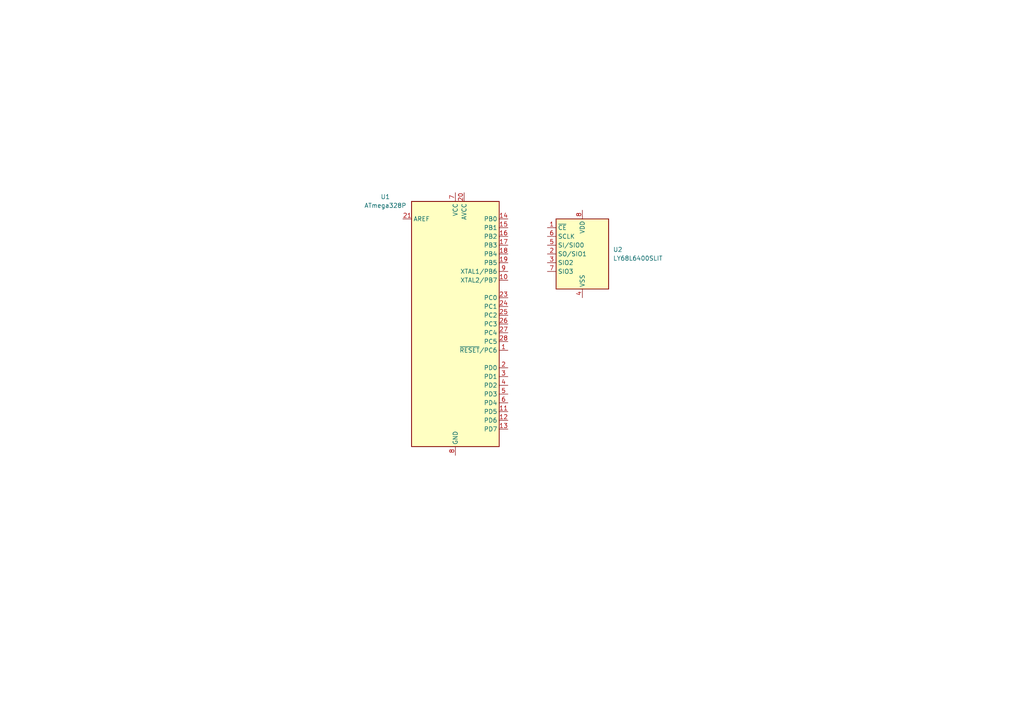
<source format=kicad_sch>
(kicad_sch
	(version 20250114)
	(generator "eeschema")
	(generator_version "9.0")
	(uuid "5fbd35de-c46d-4b18-8953-01340365ec7b")
	(paper "A4")
	(lib_symbols
		(symbol "MCU_Microchip_ATmega:ATmega328-P"
			(exclude_from_sim no)
			(in_bom yes)
			(on_board yes)
			(property "Reference" "U"
				(at -12.7 36.83 0)
				(effects
					(font
						(size 1.27 1.27)
					)
					(justify left bottom)
				)
			)
			(property "Value" "ATmega328-P"
				(at 2.54 -36.83 0)
				(effects
					(font
						(size 1.27 1.27)
					)
					(justify left top)
				)
			)
			(property "Footprint" "Package_DIP:DIP-28_W7.62mm"
				(at 0 0 0)
				(effects
					(font
						(size 1.27 1.27)
						(italic yes)
					)
					(hide yes)
				)
			)
			(property "Datasheet" "http://ww1.microchip.com/downloads/en/DeviceDoc/ATmega328_P%20AVR%20MCU%20with%20picoPower%20Technology%20Data%20Sheet%2040001984A.pdf"
				(at 0 0 0)
				(effects
					(font
						(size 1.27 1.27)
					)
					(hide yes)
				)
			)
			(property "Description" "20MHz, 32kB Flash, 2kB SRAM, 1kB EEPROM, DIP-28"
				(at 0 0 0)
				(effects
					(font
						(size 1.27 1.27)
					)
					(hide yes)
				)
			)
			(property "ki_keywords" "AVR 8bit Microcontroller MegaAVR"
				(at 0 0 0)
				(effects
					(font
						(size 1.27 1.27)
					)
					(hide yes)
				)
			)
			(property "ki_fp_filters" "DIP*W7.62mm*"
				(at 0 0 0)
				(effects
					(font
						(size 1.27 1.27)
					)
					(hide yes)
				)
			)
			(symbol "ATmega328-P_0_1"
				(rectangle
					(start -12.7 -35.56)
					(end 12.7 35.56)
					(stroke
						(width 0.254)
						(type default)
					)
					(fill
						(type background)
					)
				)
			)
			(symbol "ATmega328-P_1_1"
				(pin passive line
					(at -15.24 30.48 0)
					(length 2.54)
					(name "AREF"
						(effects
							(font
								(size 1.27 1.27)
							)
						)
					)
					(number "21"
						(effects
							(font
								(size 1.27 1.27)
							)
						)
					)
				)
				(pin power_in line
					(at 0 38.1 270)
					(length 2.54)
					(name "VCC"
						(effects
							(font
								(size 1.27 1.27)
							)
						)
					)
					(number "7"
						(effects
							(font
								(size 1.27 1.27)
							)
						)
					)
				)
				(pin passive line
					(at 0 -38.1 90)
					(length 2.54)
					(hide yes)
					(name "GND"
						(effects
							(font
								(size 1.27 1.27)
							)
						)
					)
					(number "22"
						(effects
							(font
								(size 1.27 1.27)
							)
						)
					)
				)
				(pin power_in line
					(at 0 -38.1 90)
					(length 2.54)
					(name "GND"
						(effects
							(font
								(size 1.27 1.27)
							)
						)
					)
					(number "8"
						(effects
							(font
								(size 1.27 1.27)
							)
						)
					)
				)
				(pin power_in line
					(at 2.54 38.1 270)
					(length 2.54)
					(name "AVCC"
						(effects
							(font
								(size 1.27 1.27)
							)
						)
					)
					(number "20"
						(effects
							(font
								(size 1.27 1.27)
							)
						)
					)
				)
				(pin bidirectional line
					(at 15.24 30.48 180)
					(length 2.54)
					(name "PB0"
						(effects
							(font
								(size 1.27 1.27)
							)
						)
					)
					(number "14"
						(effects
							(font
								(size 1.27 1.27)
							)
						)
					)
				)
				(pin bidirectional line
					(at 15.24 27.94 180)
					(length 2.54)
					(name "PB1"
						(effects
							(font
								(size 1.27 1.27)
							)
						)
					)
					(number "15"
						(effects
							(font
								(size 1.27 1.27)
							)
						)
					)
				)
				(pin bidirectional line
					(at 15.24 25.4 180)
					(length 2.54)
					(name "PB2"
						(effects
							(font
								(size 1.27 1.27)
							)
						)
					)
					(number "16"
						(effects
							(font
								(size 1.27 1.27)
							)
						)
					)
				)
				(pin bidirectional line
					(at 15.24 22.86 180)
					(length 2.54)
					(name "PB3"
						(effects
							(font
								(size 1.27 1.27)
							)
						)
					)
					(number "17"
						(effects
							(font
								(size 1.27 1.27)
							)
						)
					)
				)
				(pin bidirectional line
					(at 15.24 20.32 180)
					(length 2.54)
					(name "PB4"
						(effects
							(font
								(size 1.27 1.27)
							)
						)
					)
					(number "18"
						(effects
							(font
								(size 1.27 1.27)
							)
						)
					)
				)
				(pin bidirectional line
					(at 15.24 17.78 180)
					(length 2.54)
					(name "PB5"
						(effects
							(font
								(size 1.27 1.27)
							)
						)
					)
					(number "19"
						(effects
							(font
								(size 1.27 1.27)
							)
						)
					)
				)
				(pin bidirectional line
					(at 15.24 15.24 180)
					(length 2.54)
					(name "XTAL1/PB6"
						(effects
							(font
								(size 1.27 1.27)
							)
						)
					)
					(number "9"
						(effects
							(font
								(size 1.27 1.27)
							)
						)
					)
				)
				(pin bidirectional line
					(at 15.24 12.7 180)
					(length 2.54)
					(name "XTAL2/PB7"
						(effects
							(font
								(size 1.27 1.27)
							)
						)
					)
					(number "10"
						(effects
							(font
								(size 1.27 1.27)
							)
						)
					)
				)
				(pin bidirectional line
					(at 15.24 7.62 180)
					(length 2.54)
					(name "PC0"
						(effects
							(font
								(size 1.27 1.27)
							)
						)
					)
					(number "23"
						(effects
							(font
								(size 1.27 1.27)
							)
						)
					)
				)
				(pin bidirectional line
					(at 15.24 5.08 180)
					(length 2.54)
					(name "PC1"
						(effects
							(font
								(size 1.27 1.27)
							)
						)
					)
					(number "24"
						(effects
							(font
								(size 1.27 1.27)
							)
						)
					)
				)
				(pin bidirectional line
					(at 15.24 2.54 180)
					(length 2.54)
					(name "PC2"
						(effects
							(font
								(size 1.27 1.27)
							)
						)
					)
					(number "25"
						(effects
							(font
								(size 1.27 1.27)
							)
						)
					)
				)
				(pin bidirectional line
					(at 15.24 0 180)
					(length 2.54)
					(name "PC3"
						(effects
							(font
								(size 1.27 1.27)
							)
						)
					)
					(number "26"
						(effects
							(font
								(size 1.27 1.27)
							)
						)
					)
				)
				(pin bidirectional line
					(at 15.24 -2.54 180)
					(length 2.54)
					(name "PC4"
						(effects
							(font
								(size 1.27 1.27)
							)
						)
					)
					(number "27"
						(effects
							(font
								(size 1.27 1.27)
							)
						)
					)
				)
				(pin bidirectional line
					(at 15.24 -5.08 180)
					(length 2.54)
					(name "PC5"
						(effects
							(font
								(size 1.27 1.27)
							)
						)
					)
					(number "28"
						(effects
							(font
								(size 1.27 1.27)
							)
						)
					)
				)
				(pin bidirectional line
					(at 15.24 -7.62 180)
					(length 2.54)
					(name "~{RESET}/PC6"
						(effects
							(font
								(size 1.27 1.27)
							)
						)
					)
					(number "1"
						(effects
							(font
								(size 1.27 1.27)
							)
						)
					)
				)
				(pin bidirectional line
					(at 15.24 -12.7 180)
					(length 2.54)
					(name "PD0"
						(effects
							(font
								(size 1.27 1.27)
							)
						)
					)
					(number "2"
						(effects
							(font
								(size 1.27 1.27)
							)
						)
					)
				)
				(pin bidirectional line
					(at 15.24 -15.24 180)
					(length 2.54)
					(name "PD1"
						(effects
							(font
								(size 1.27 1.27)
							)
						)
					)
					(number "3"
						(effects
							(font
								(size 1.27 1.27)
							)
						)
					)
				)
				(pin bidirectional line
					(at 15.24 -17.78 180)
					(length 2.54)
					(name "PD2"
						(effects
							(font
								(size 1.27 1.27)
							)
						)
					)
					(number "4"
						(effects
							(font
								(size 1.27 1.27)
							)
						)
					)
				)
				(pin bidirectional line
					(at 15.24 -20.32 180)
					(length 2.54)
					(name "PD3"
						(effects
							(font
								(size 1.27 1.27)
							)
						)
					)
					(number "5"
						(effects
							(font
								(size 1.27 1.27)
							)
						)
					)
				)
				(pin bidirectional line
					(at 15.24 -22.86 180)
					(length 2.54)
					(name "PD4"
						(effects
							(font
								(size 1.27 1.27)
							)
						)
					)
					(number "6"
						(effects
							(font
								(size 1.27 1.27)
							)
						)
					)
				)
				(pin bidirectional line
					(at 15.24 -25.4 180)
					(length 2.54)
					(name "PD5"
						(effects
							(font
								(size 1.27 1.27)
							)
						)
					)
					(number "11"
						(effects
							(font
								(size 1.27 1.27)
							)
						)
					)
				)
				(pin bidirectional line
					(at 15.24 -27.94 180)
					(length 2.54)
					(name "PD6"
						(effects
							(font
								(size 1.27 1.27)
							)
						)
					)
					(number "12"
						(effects
							(font
								(size 1.27 1.27)
							)
						)
					)
				)
				(pin bidirectional line
					(at 15.24 -30.48 180)
					(length 2.54)
					(name "PD7"
						(effects
							(font
								(size 1.27 1.27)
							)
						)
					)
					(number "13"
						(effects
							(font
								(size 1.27 1.27)
							)
						)
					)
				)
			)
			(embedded_fonts no)
		)
		(symbol "Memory_RAM:APS1604M-3SQRx-SN"
			(exclude_from_sim no)
			(in_bom yes)
			(on_board yes)
			(property "Reference" "U"
				(at -6.35 11.43 0)
				(effects
					(font
						(size 1.27 1.27)
					)
				)
			)
			(property "Value" "APS1604M-3SQRx-SN"
				(at 11.684 11.43 0)
				(effects
					(font
						(size 1.27 1.27)
					)
				)
			)
			(property "Footprint" "Package_SO:SOIC-8_3.9x4.9mm_P1.27mm"
				(at 0 -15.24 0)
				(effects
					(font
						(size 1.27 1.27)
					)
					(hide yes)
				)
			)
			(property "Datasheet" "https://www.mouser.com/datasheet/2/1127/APM_PSRAM_QSPI_APS1604M_3SQR_v2_7_PKG-1954896.pdf"
				(at 0 -17.78 0)
				(effects
					(font
						(size 1.27 1.27)
					)
					(hide yes)
				)
			)
			(property "Description" "16 Mbit / 2M x 8-bits serial pseudo SRAM MEMORY, up to 133MHz, 2.7-3.6V supply, SOIC-8 (SOP-8)"
				(at 0 -20.32 0)
				(effects
					(font
						(size 1.27 1.27)
					)
					(hide yes)
				)
			)
			(property "ki_keywords" "qspi qpi spi psram"
				(at 0 0 0)
				(effects
					(font
						(size 1.27 1.27)
					)
					(hide yes)
				)
			)
			(property "ki_fp_filters" "*SOIC*3.9x4.9mm*P1.27mm*"
				(at 0 0 0)
				(effects
					(font
						(size 1.27 1.27)
					)
					(hide yes)
				)
			)
			(symbol "APS1604M-3SQRx-SN_0_1"
				(rectangle
					(start -7.62 10.16)
					(end 7.62 -10.16)
					(stroke
						(width 0.254)
						(type default)
					)
					(fill
						(type background)
					)
				)
			)
			(symbol "APS1604M-3SQRx-SN_1_1"
				(pin input line
					(at -10.16 7.62 0)
					(length 2.54)
					(name "~{CE}"
						(effects
							(font
								(size 1.27 1.27)
							)
						)
					)
					(number "1"
						(effects
							(font
								(size 1.27 1.27)
							)
						)
					)
				)
				(pin input line
					(at -10.16 5.08 0)
					(length 2.54)
					(name "SCLK"
						(effects
							(font
								(size 1.27 1.27)
							)
						)
					)
					(number "6"
						(effects
							(font
								(size 1.27 1.27)
							)
						)
					)
				)
				(pin bidirectional line
					(at -10.16 2.54 0)
					(length 2.54)
					(name "SI/SIO0"
						(effects
							(font
								(size 1.27 1.27)
							)
						)
					)
					(number "5"
						(effects
							(font
								(size 1.27 1.27)
							)
						)
					)
				)
				(pin bidirectional line
					(at -10.16 0 0)
					(length 2.54)
					(name "SO/SIO1"
						(effects
							(font
								(size 1.27 1.27)
							)
						)
					)
					(number "2"
						(effects
							(font
								(size 1.27 1.27)
							)
						)
					)
				)
				(pin bidirectional line
					(at -10.16 -2.54 0)
					(length 2.54)
					(name "SIO2"
						(effects
							(font
								(size 1.27 1.27)
							)
						)
					)
					(number "3"
						(effects
							(font
								(size 1.27 1.27)
							)
						)
					)
				)
				(pin bidirectional line
					(at -10.16 -5.08 0)
					(length 2.54)
					(name "SIO3"
						(effects
							(font
								(size 1.27 1.27)
							)
						)
					)
					(number "7"
						(effects
							(font
								(size 1.27 1.27)
							)
						)
					)
				)
				(pin power_in line
					(at 0 12.7 270)
					(length 2.54)
					(name "VDD"
						(effects
							(font
								(size 1.27 1.27)
							)
						)
					)
					(number "8"
						(effects
							(font
								(size 1.27 1.27)
							)
						)
					)
				)
				(pin power_in line
					(at 0 -12.7 90)
					(length 2.54)
					(name "VSS"
						(effects
							(font
								(size 1.27 1.27)
							)
						)
					)
					(number "4"
						(effects
							(font
								(size 1.27 1.27)
							)
						)
					)
				)
			)
			(embedded_fonts no)
		)
	)
	(symbol
		(lib_id "Memory_RAM:APS1604M-3SQRx-SN")
		(at 168.91 73.66 0)
		(unit 1)
		(exclude_from_sim no)
		(in_bom yes)
		(on_board yes)
		(dnp no)
		(fields_autoplaced yes)
		(uuid "8b05d64f-f387-42f7-a2ff-5cdbdd1e6856")
		(property "Reference" "U2"
			(at 177.8 72.3899 0)
			(effects
				(font
					(size 1.27 1.27)
				)
				(justify left)
			)
		)
		(property "Value" "LY68L6400SLIT"
			(at 177.8 74.9299 0)
			(effects
				(font
					(size 1.27 1.27)
				)
				(justify left)
			)
		)
		(property "Footprint" "Package_SO:SOIC-8_3.9x4.9mm_P1.27mm"
			(at 168.91 88.9 0)
			(effects
				(font
					(size 1.27 1.27)
				)
				(hide yes)
			)
		)
		(property "Datasheet" "https://www.mouser.com/datasheet/2/1127/APM_PSRAM_QSPI_APS1604M_3SQR_v2_7_PKG-1954896.pdf"
			(at 168.91 91.44 0)
			(effects
				(font
					(size 1.27 1.27)
				)
				(hide yes)
			)
		)
		(property "Description" "16 Mbit / 2M x 8-bits serial pseudo SRAM MEMORY, up to 133MHz, 2.7-3.6V supply, SOIC-8 (SOP-8)"
			(at 168.91 93.98 0)
			(effects
				(font
					(size 1.27 1.27)
				)
				(hide yes)
			)
		)
		(pin "1"
			(uuid "cb40bb39-b23a-43be-9f5f-6e49537babd8")
		)
		(pin "5"
			(uuid "7f45aa41-b254-4cfb-85d9-ead20f20e829")
		)
		(pin "2"
			(uuid "8b549e19-906c-42eb-8234-f3f40569e41b")
		)
		(pin "3"
			(uuid "b56f3d2c-d6cb-43d0-806a-366c230b784f")
		)
		(pin "7"
			(uuid "c12820ff-2e09-43b4-88e7-821f33987bc7")
		)
		(pin "8"
			(uuid "8165ed38-273e-49af-ba88-10ada8b77719")
		)
		(pin "4"
			(uuid "e42cef4e-9768-4e20-8852-453b68a29121")
		)
		(pin "6"
			(uuid "184f9da0-b18a-465d-b77c-9da1b2025689")
		)
		(instances
			(project ""
				(path "/5fbd35de-c46d-4b18-8953-01340365ec7b"
					(reference "U2")
					(unit 1)
				)
			)
		)
	)
	(symbol
		(lib_id "MCU_Microchip_ATmega:ATmega328-P")
		(at 132.08 93.98 0)
		(unit 1)
		(exclude_from_sim no)
		(in_bom yes)
		(on_board yes)
		(dnp no)
		(fields_autoplaced yes)
		(uuid "dea2075e-72a2-4957-b21c-583051c31d28")
		(property "Reference" "U1"
			(at 111.76 57.0798 0)
			(effects
				(font
					(size 1.27 1.27)
				)
			)
		)
		(property "Value" "ATmega328P"
			(at 111.76 59.6198 0)
			(effects
				(font
					(size 1.27 1.27)
				)
			)
		)
		(property "Footprint" "Package_DIP:DIP-28_W7.62mm"
			(at 132.08 93.98 0)
			(effects
				(font
					(size 1.27 1.27)
					(italic yes)
				)
				(hide yes)
			)
		)
		(property "Datasheet" "http://ww1.microchip.com/downloads/en/DeviceDoc/ATmega328_P%20AVR%20MCU%20with%20picoPower%20Technology%20Data%20Sheet%2040001984A.pdf"
			(at 132.08 93.98 0)
			(effects
				(font
					(size 1.27 1.27)
				)
				(hide yes)
			)
		)
		(property "Description" "20MHz, 32kB Flash, 2kB SRAM, 1kB EEPROM, DIP-28"
			(at 132.08 93.98 0)
			(effects
				(font
					(size 1.27 1.27)
				)
				(hide yes)
			)
		)
		(pin "6"
			(uuid "4f87b5f8-7a33-45c5-b671-58b5f25fd4f5")
		)
		(pin "12"
			(uuid "9c46cd21-3371-4889-863d-16f4404e58d8")
		)
		(pin "7"
			(uuid "81337857-544b-435f-a62d-58286c62d267")
		)
		(pin "10"
			(uuid "7b811c11-7b0b-4c68-b15e-25191ef9fa69")
		)
		(pin "14"
			(uuid "ef028383-0280-45b6-b479-de7520e6e0bf")
		)
		(pin "26"
			(uuid "ba157c7e-401e-4550-8f43-b287d42ef36a")
		)
		(pin "21"
			(uuid "6c485523-6383-4c73-bc40-e34f0ac55695")
		)
		(pin "16"
			(uuid "afc39c36-dd1f-4e71-b5f0-b4dba0824a29")
		)
		(pin "18"
			(uuid "92ee86bd-261b-4589-96dd-efc8305756a2")
		)
		(pin "3"
			(uuid "e2539926-8358-4196-8bec-19bd829badd3")
		)
		(pin "25"
			(uuid "ecda8273-58b7-4397-a47c-217b0374f105")
		)
		(pin "13"
			(uuid "d444bc0d-a2d1-4c68-bd5e-fc9ba10d569c")
		)
		(pin "5"
			(uuid "6ebf21fd-31ab-4828-8abe-edafc19262a3")
		)
		(pin "8"
			(uuid "b78dfffc-4a1e-4de0-b2e3-167f02016c4e")
		)
		(pin "23"
			(uuid "67ba9874-9daa-4b78-b42f-19a595822e3f")
		)
		(pin "24"
			(uuid "f5c5a650-5973-443d-9d7f-c37aece81aa3")
		)
		(pin "4"
			(uuid "5cb26a94-c1f0-448f-96ae-68373ba5c53b")
		)
		(pin "27"
			(uuid "dc446a2e-8372-4011-bded-45756b14d105")
		)
		(pin "19"
			(uuid "a8127408-dc66-4fcb-b6ca-f58b55d38e32")
		)
		(pin "15"
			(uuid "b80b385d-25dc-4111-9ddb-58d11f87c101")
		)
		(pin "1"
			(uuid "3342778f-1eb3-4f10-8d5d-cc37cc885208")
		)
		(pin "20"
			(uuid "9d98b971-27c9-4777-a117-5f420ba97844")
		)
		(pin "22"
			(uuid "ccf75e42-e4c7-4eef-9560-450e75a7e3e0")
		)
		(pin "17"
			(uuid "3691347c-4b03-4e4d-8c06-2d694972a3ec")
		)
		(pin "9"
			(uuid "e091e9e1-7ae2-4482-801f-3d1c61839820")
		)
		(pin "28"
			(uuid "9d7f76d6-341f-45e2-80c2-52b5bc4fe784")
		)
		(pin "2"
			(uuid "3812ffbd-75c8-4a70-9539-b3c2e635252e")
		)
		(pin "11"
			(uuid "d1f8e084-da2d-4e71-9f84-c6ae32957d39")
		)
		(instances
			(project ""
				(path "/5fbd35de-c46d-4b18-8953-01340365ec7b"
					(reference "U1")
					(unit 1)
				)
			)
		)
	)
	(sheet_instances
		(path "/"
			(page "1")
		)
	)
	(embedded_fonts no)
)

</source>
